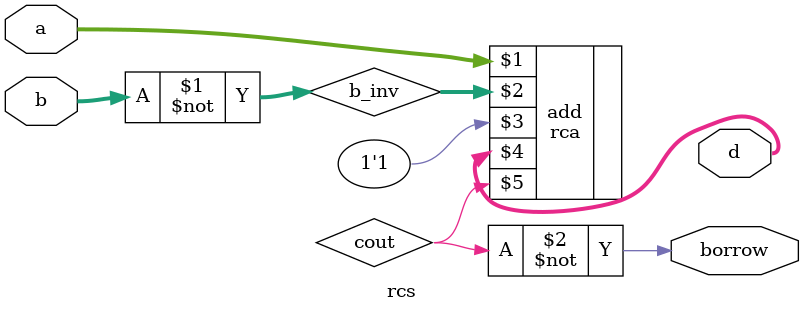
<source format=v>
module rcs #(parameter W=32)(input [W-1:0] a,b,output [W-1:0] d,output borrow);

    wire [W-1:0] b_inv;
    assign b_inv=~b;
    wire cout;
    rca #(W) add(a,b_inv,1'b1,d,cout);
    assign borrow=~cout;
endmodule
</source>
